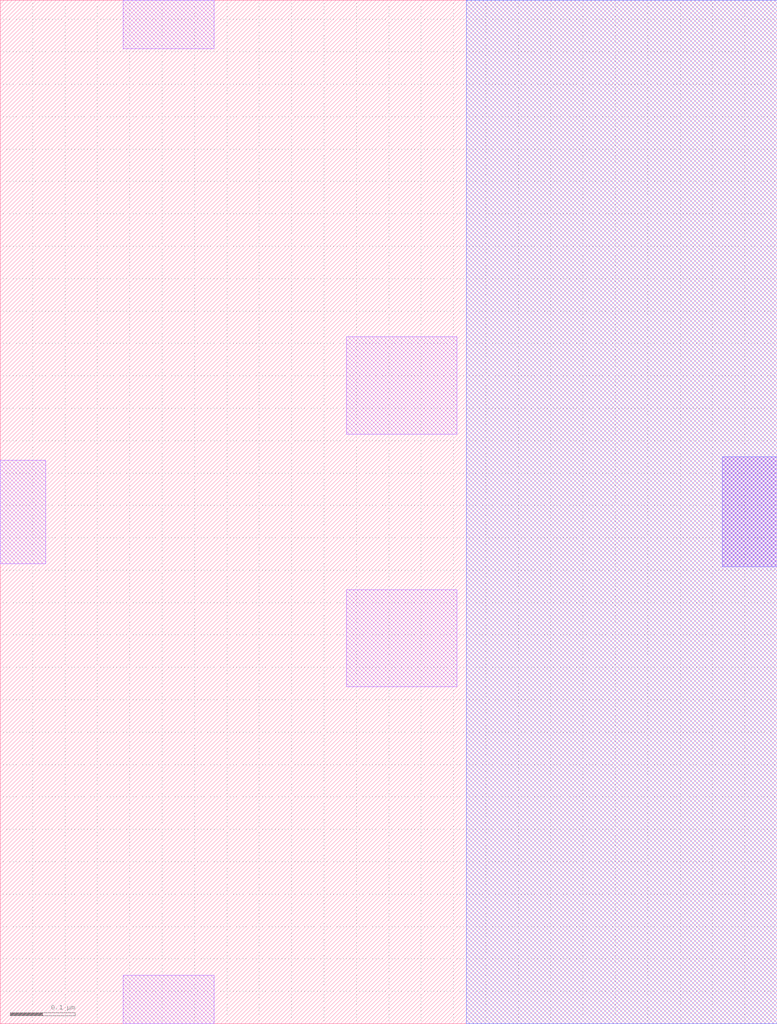
<source format=lef>
VERSION 5.7 ;
  NOWIREEXTENSIONATPIN ON ;
  DIVIDERCHAR "/" ;
  BUSBITCHARS "[]" ;
MACRO sky130_fd_bd_sram__openram_sp_cell
  CLASS BLOCK ;
  FOREIGN sky130_fd_bd_sram__openram_sp_cell ;
  ORIGIN 0.000 0.000 ;
  SIZE 1.200 BY 1.580 ;
  OBS
      LAYER nwell ;
        RECT 0.720 0.000 1.200 1.580 ;
      LAYER li1 ;
        RECT 0.190 1.505 0.330 1.580 ;
        RECT 0.535 0.910 0.705 1.060 ;
        RECT 0.000 0.710 0.070 0.870 ;
        RECT 1.115 0.705 1.200 0.875 ;
        RECT 0.535 0.520 0.705 0.670 ;
        RECT 0.190 0.000 0.330 0.075 ;
      LAYER met1 ;
        RECT 1.115 0.705 1.200 0.875 ;
  END
END sky130_fd_bd_sram__openram_sp_cell
END LIBRARY


</source>
